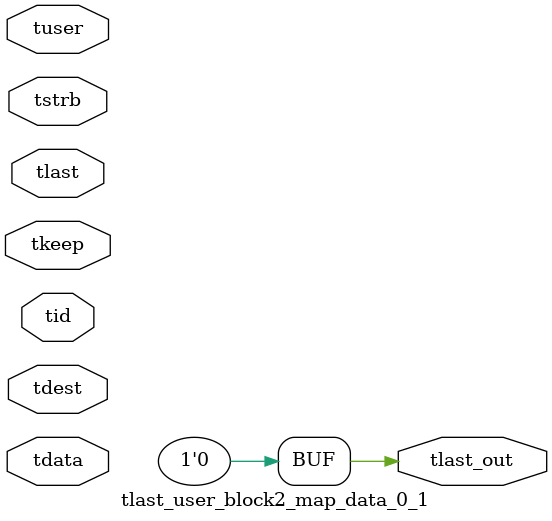
<source format=v>


`timescale 1ps/1ps

module tlast_user_block2_map_data_0_1 #
(
parameter C_S_AXIS_TID_WIDTH   = 1,
parameter C_S_AXIS_TUSER_WIDTH = 0,
parameter C_S_AXIS_TDATA_WIDTH = 0,
parameter C_S_AXIS_TDEST_WIDTH = 0
)
(
input  [(C_S_AXIS_TID_WIDTH   == 0 ? 1 : C_S_AXIS_TID_WIDTH)-1:0       ] tid,
input  [(C_S_AXIS_TDATA_WIDTH == 0 ? 1 : C_S_AXIS_TDATA_WIDTH)-1:0     ] tdata,
input  [(C_S_AXIS_TUSER_WIDTH == 0 ? 1 : C_S_AXIS_TUSER_WIDTH)-1:0     ] tuser,
input  [(C_S_AXIS_TDEST_WIDTH == 0 ? 1 : C_S_AXIS_TDEST_WIDTH)-1:0     ] tdest,
input  [(C_S_AXIS_TDATA_WIDTH/8)-1:0 ] tkeep,
input  [(C_S_AXIS_TDATA_WIDTH/8)-1:0 ] tstrb,
input  [0:0]                                                             tlast,
output                                                                   tlast_out
);

assign tlast_out = {1'b0};

endmodule


</source>
